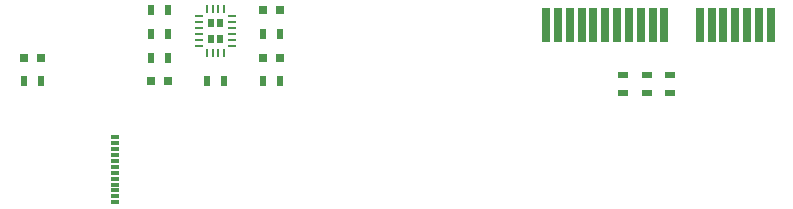
<source format=gtp>
G04 #@! TF.FileFunction,Paste,Top*
%FSLAX46Y46*%
G04 Gerber Fmt 4.6, Leading zero omitted, Abs format (unit mm)*
G04 Created by KiCad (PCBNEW 4.0.7) date Wednesday, December 20, 2017 'AMt' 12:53:12 AM*
%MOMM*%
%LPD*%
G01*
G04 APERTURE LIST*
%ADD10C,0.100000*%
%ADD11R,0.800000X0.750000*%
%ADD12R,0.797560X0.797560*%
%ADD13R,0.900000X0.500000*%
%ADD14R,0.500000X0.900000*%
%ADD15R,0.700000X0.250000*%
%ADD16R,0.250000X0.700000*%
%ADD17R,0.495000X0.795000*%
%ADD18R,0.700000X3.000000*%
%ADD19R,0.700000X0.300000*%
G04 APERTURE END LIST*
D10*
D11*
X13750000Y13750000D03*
X12250000Y13750000D03*
D12*
X2999300Y15750000D03*
X1500700Y15750000D03*
X21750700Y15750000D03*
X23249300Y15750000D03*
X21750700Y19750000D03*
X23249300Y19750000D03*
D13*
X54250000Y14250000D03*
X54250000Y12750000D03*
X52250000Y12750000D03*
X52250000Y14250000D03*
X56250000Y14250000D03*
X56250000Y12750000D03*
D14*
X1500000Y13750000D03*
X3000000Y13750000D03*
X12250000Y19750000D03*
X13750000Y19750000D03*
X13750000Y17750000D03*
X12250000Y17750000D03*
X13750000Y15750000D03*
X12250000Y15750000D03*
X23250000Y13750000D03*
X21750000Y13750000D03*
X18500000Y13750000D03*
X17000000Y13750000D03*
X23250000Y17750000D03*
X21750000Y17750000D03*
D15*
X19150000Y16750000D03*
X19150000Y17250000D03*
X19150000Y17750000D03*
X19150000Y18250000D03*
X19150000Y18750000D03*
X19150000Y19250000D03*
D16*
X18500000Y19900000D03*
X18000000Y19900000D03*
X17500000Y19900000D03*
X17000000Y19900000D03*
D15*
X16350000Y19250000D03*
X16350000Y18750000D03*
X16350000Y18250000D03*
X16350000Y17750000D03*
X16350000Y17250000D03*
X16350000Y16750000D03*
D16*
X17000000Y16100000D03*
X17500000Y16100000D03*
X18000000Y16100000D03*
X18500000Y16100000D03*
D17*
X17337500Y18662500D03*
X17337500Y17337500D03*
X18162500Y18662500D03*
X18162500Y17337500D03*
D18*
X46750000Y18500000D03*
X47750000Y18500000D03*
X48750000Y18500000D03*
X49750000Y18500000D03*
X50750000Y18500000D03*
X51750000Y18500000D03*
X52750000Y18500000D03*
X53750000Y18500000D03*
X54750000Y18500000D03*
X55750000Y18500000D03*
X58750000Y18500000D03*
X59750000Y18500000D03*
X60750000Y18500000D03*
X61750000Y18500000D03*
X62750000Y18500000D03*
X63750000Y18500000D03*
X45750000Y18500000D03*
X47750000Y18500000D03*
X48750000Y18500000D03*
X49750000Y18500000D03*
X50750000Y18500000D03*
X51750000Y18500000D03*
X52750000Y18500000D03*
X53750000Y18500000D03*
X54750000Y18500000D03*
X55750000Y18500000D03*
X58750000Y18500000D03*
X59750000Y18500000D03*
X60750000Y18500000D03*
X61750000Y18500000D03*
X62750000Y18500000D03*
X63750000Y18500000D03*
X45750000Y18500000D03*
X64750000Y18500000D03*
X46750000Y18500000D03*
X64750000Y18500000D03*
D19*
X9270000Y9000000D03*
X9270000Y8500000D03*
X9270000Y8000000D03*
X9270000Y7500000D03*
X9270000Y7000000D03*
X9270000Y6500000D03*
X9270000Y6000000D03*
X9270000Y3500000D03*
X9270000Y4500000D03*
X9270000Y5000000D03*
X9270000Y5500000D03*
X9270000Y4000000D03*
M02*

</source>
